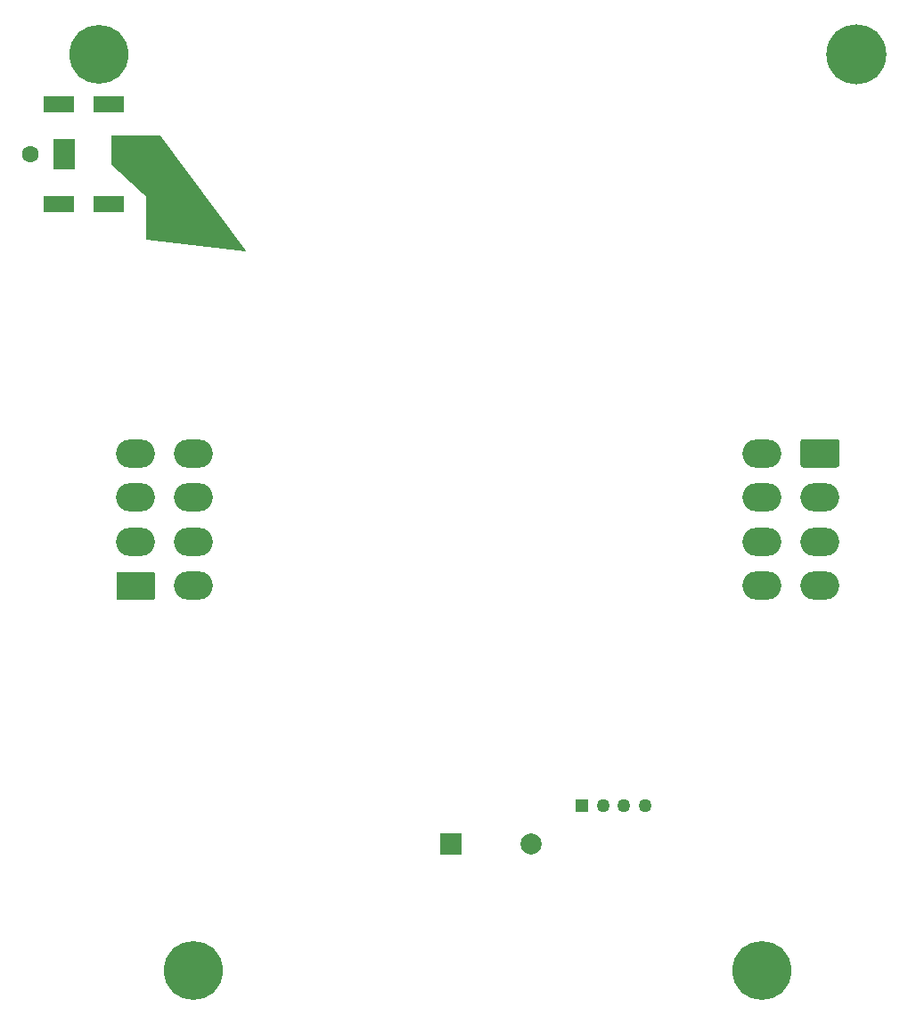
<source format=gbs>
G04 #@! TF.GenerationSoftware,KiCad,Pcbnew,(5.1.10-1-10_14)*
G04 #@! TF.CreationDate,2022-01-28T00:17:02+09:00*
G04 #@! TF.ProjectId,TireWarmer power board,54697265-5761-4726-9d65-7220706f7765,2.0*
G04 #@! TF.SameCoordinates,Original*
G04 #@! TF.FileFunction,Soldermask,Bot*
G04 #@! TF.FilePolarity,Negative*
%FSLAX46Y46*%
G04 Gerber Fmt 4.6, Leading zero omitted, Abs format (unit mm)*
G04 Created by KiCad (PCBNEW (5.1.10-1-10_14)) date 2022-01-28 00:17:02*
%MOMM*%
%LPD*%
G01*
G04 APERTURE LIST*
%ADD10C,0.100000*%
%ADD11C,5.600000*%
%ADD12C,3.600000*%
%ADD13O,3.700000X2.700000*%
%ADD14R,3.000000X1.500000*%
%ADD15R,2.000000X3.000000*%
%ADD16C,2.700000*%
%ADD17C,1.600000*%
%ADD18C,1.270000*%
%ADD19R,1.270000X1.270000*%
%ADD20C,5.700000*%
%ADD21C,2.000000*%
%ADD22R,2.000000X2.000000*%
G04 APERTURE END LIST*
D10*
G36*
X73152000Y-88646000D02*
G01*
X63754000Y-87503000D01*
X63754000Y-83439000D01*
X60452000Y-80391000D01*
X60452000Y-77724000D01*
X65024000Y-77724000D01*
X73152000Y-88646000D01*
G37*
X73152000Y-88646000D02*
X63754000Y-87503000D01*
X63754000Y-83439000D01*
X60452000Y-80391000D01*
X60452000Y-77724000D01*
X65024000Y-77724000D01*
X73152000Y-88646000D01*
D11*
G04 #@! TO.C,REF\u002A\u002A*
X122300000Y-157000000D03*
D12*
X122300000Y-157000000D03*
G04 #@! TD*
D11*
G04 #@! TO.C,REF\u002A\u002A*
X68300000Y-157000000D03*
D12*
X68300000Y-157000000D03*
G04 #@! TD*
D11*
G04 #@! TO.C,REF\u002A\u002A*
X59300000Y-70000000D03*
D12*
X59300000Y-70000000D03*
G04 #@! TD*
D13*
G04 #@! TO.C,J2*
X122300000Y-120500000D03*
X122300000Y-116300000D03*
X122300000Y-112100000D03*
X122300000Y-107900000D03*
X127800000Y-120500000D03*
X127800000Y-116300000D03*
X127800000Y-112100000D03*
G36*
G01*
X126200001Y-106550000D02*
X129399999Y-106550000D01*
G75*
G02*
X129650000Y-106800001I0J-250001D01*
G01*
X129650000Y-108999999D01*
G75*
G02*
X129399999Y-109250000I-250001J0D01*
G01*
X126200001Y-109250000D01*
G75*
G02*
X125950000Y-108999999I0J250001D01*
G01*
X125950000Y-106800001D01*
G75*
G02*
X126200001Y-106550000I250001J0D01*
G01*
G37*
G04 #@! TD*
G04 #@! TO.C,J1*
X68300000Y-107900000D03*
X68300000Y-112100000D03*
X68300000Y-116300000D03*
X68300000Y-120500000D03*
X62800000Y-107900000D03*
X62800000Y-112100000D03*
X62800000Y-116300000D03*
G36*
G01*
X64399999Y-121850000D02*
X61200001Y-121850000D01*
G75*
G02*
X60950000Y-121599999I0J250001D01*
G01*
X60950000Y-119400001D01*
G75*
G02*
X61200001Y-119150000I250001J0D01*
G01*
X64399999Y-119150000D01*
G75*
G02*
X64650000Y-119400001I0J-250001D01*
G01*
X64650000Y-121599999D01*
G75*
G02*
X64399999Y-121850000I-250001J0D01*
G01*
G37*
G04 #@! TD*
D14*
G04 #@! TO.C,J3*
X60200000Y-84250000D03*
X60200000Y-74750000D03*
X55500000Y-84250000D03*
X55500000Y-74750000D03*
D15*
X56000000Y-79500000D03*
D16*
X62000000Y-79500000D03*
D17*
X52750000Y-79500000D03*
G04 #@! TD*
D18*
G04 #@! TO.C,J4*
X111203740Y-141351000D03*
X109202220Y-141351000D03*
X107205780Y-141351000D03*
D19*
X105204260Y-141351000D03*
G04 #@! TD*
D20*
G04 #@! TO.C,REF\u002A\u002A*
X131300000Y-70000000D03*
D12*
X131300000Y-70000000D03*
G04 #@! TD*
D21*
G04 #@! TO.C,BZ1*
X100330000Y-145034000D03*
D22*
X92730000Y-145034000D03*
G04 #@! TD*
M02*

</source>
